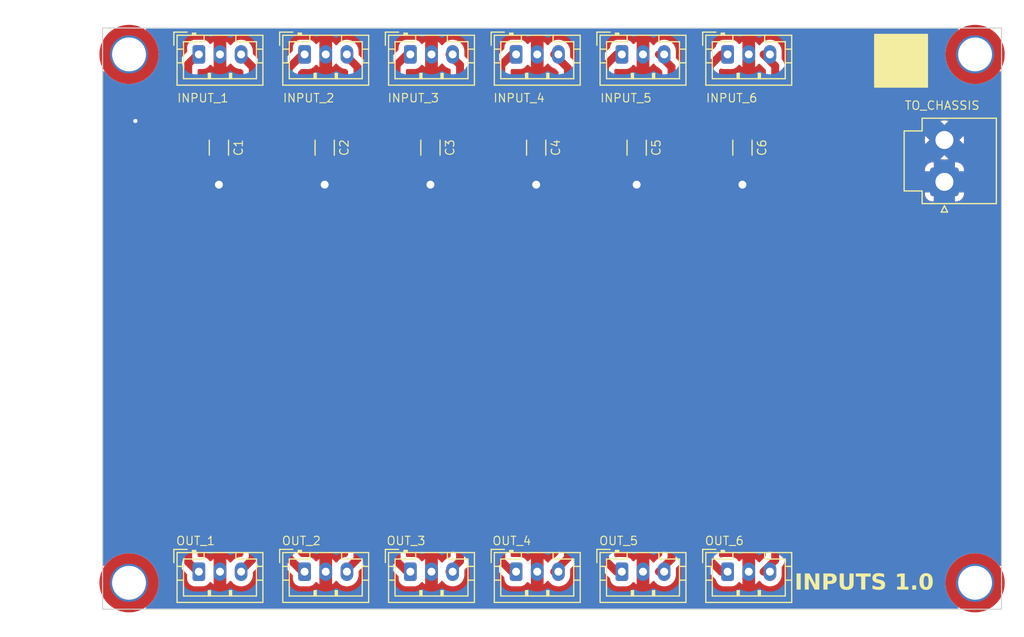
<source format=kicad_pcb>
(kicad_pcb (version 20240108) (generator "pcbnew") (generator_version "8.0")
  (layers (0 "F.Cu" signal) (31 "B.Cu" signal) (34 "B.Paste" user) (35 "F.Paste" user) (36 "B.SilkS" user "B.Silkscreen") (37 "F.SilkS" user "F.Silkscreen") (38 "B.Mask" user) (39 "F.Mask" user) (44 "Edge.Cuts" user))
  (net 0 "")
  (net 1 "LEFT_1")
  (net 2 "RIGHT_1")
  (net 3 "GND_1")
  (net 4 "GND_4")
  (net 5 "LEFT_4")
  (net 6 "RIGHT_4")
  (net 7 "GND_2")
  (net 8 "RIGHT_2")
  (net 9 "LEFT_2")
  (net 10 "GND_5")
  (net 11 "LEFT_5")
  (net 12 "RIGHT_5")
  (net 13 "LEFT_3")
  (net 14 "RIGHT_3")
  (net 15 "GND_3")
  (net 16 "GND_6")
  (net 17 "RIGHT_6")
  (net 18 "LEFT_6")
  (net 19 "PGND")
  (footprint "Connector_JST:JST_PH_B3B-PH-K_1x03_P2.00mm_Vertical" (layer "F.Cu") (at 145 66)
    (property "Reference" "J6" (hide yes))
    (property "Value" "Conn_01x03_Pin")
    (pad "1" thru_hole roundrect (at 0 0) (size 1.2 1.75) (drill 0.75) (layers "*.Cu" "*.Mask") (roundrect_rratio 0.208333) (net 18 "LEFT_6"))
    (pad "2" thru_hole oval (at 2 0) (size 1.2 1.75) (drill 0.75) (layers "*.Cu" "*.Mask") (net 16 "GND_6"))
    (pad "3" thru_hole oval (at 4 0) (size 1.2 1.75) (drill 0.75) (layers "*.Cu" "*.Mask") (net 17 "RIGHT_6"))
  )
  (footprint "MountingHole:MountingHole_3.2mm_M3_DIN965_Pad_TopOnly" (layer "F.Cu") (at 88.4 66 90)
    (property "Reference" "H1" (hide yes))
    (property "Value" "MountingHole")
    (pad "1" thru_hole circle (at 0 0 90) (size 3.6 3.6) (drill 3.2) (layers "*.Cu" "*.Mask"))
    (pad "1" connect circle (at 0 0 90) (size 5.6 5.6) (layers "F.Cu" "F.Mask"))
  )
  (footprint "MountingHole:MountingHole_3.2mm_M3_DIN965_Pad_TopOnly" (layer "F.Cu") (at 88.4 116 90)
    (property "Reference" "H3" (hide yes))
    (property "Value" "MountingHole")
    (pad "1" thru_hole circle (at 0 0 90) (size 3.6 3.6) (drill 3.2) (layers "*.Cu" "*.Mask"))
    (pad "1" connect circle (at 0 0 90) (size 5.6 5.6) (layers "F.Cu" "F.Mask"))
  )
  (footprint "Connector_JST:JST_PH_B3B-PH-K_1x03_P2.00mm_Vertical" (layer "F.Cu") (at 135 66)
    (property "Reference" "J4" (hide yes))
    (property "Value" "Conn_01x03_Pin")
    (pad "1" thru_hole roundrect (at 0 0) (size 1.2 1.75) (drill 0.75) (layers "*.Cu" "*.Mask") (roundrect_rratio 0.208333) (net 11 "LEFT_5"))
    (pad "2" thru_hole oval (at 2 0) (size 1.2 1.75) (drill 0.75) (layers "*.Cu" "*.Mask") (net 10 "GND_5"))
    (pad "3" thru_hole oval (at 4 0) (size 1.2 1.75) (drill 0.75) (layers "*.Cu" "*.Mask") (net 12 "RIGHT_5"))
  )
  (footprint "MountingHole:MountingHole_3.2mm_M3_DIN965_Pad_TopOnly" (layer "F.Cu") (at 168.4 66 90)
    (property "Reference" "H2" (hide yes))
    (property "Value" "MountingHole")
    (pad "1" thru_hole circle (at 0 0 90) (size 3.6 3.6) (drill 3.2) (layers "*.Cu" "*.Mask"))
    (pad "1" connect circle (at 0 0 90) (size 5.6 5.6) (layers "F.Cu" "F.Mask"))
  )
  (footprint "Connector_JST:JST_PH_B3B-PH-K_1x03_P2.00mm_Vertical" (layer "F.Cu") (at 105 66)
    (property "Reference" "J3" (hide yes))
    (property "Value" "Conn_01x03_Pin")
    (pad "1" thru_hole roundrect (at 0 0) (size 1.2 1.75) (drill 0.75) (layers "*.Cu" "*.Mask") (roundrect_rratio 0.208333) (net 9 "LEFT_2"))
    (pad "2" thru_hole oval (at 2 0) (size 1.2 1.75) (drill 0.75) (layers "*.Cu" "*.Mask") (net 7 "GND_2"))
    (pad "3" thru_hole oval (at 4 0) (size 1.2 1.75) (drill 0.75) (layers "*.Cu" "*.Mask") (net 8 "RIGHT_2"))
  )
  (footprint "Connector_JST:JST_PH_B3B-PH-K_1x03_P2.00mm_Vertical" (layer "F.Cu") (at 145 114.95)
    (property "Reference" "J12" (hide yes))
    (property "Value" "Conn_01x03_Pin")
    (pad "1" thru_hole roundrect (at 0 0) (size 1.2 1.75) (drill 0.75) (layers "*.Cu" "*.Mask") (roundrect_rratio 0.208333) (net 18 "LEFT_6"))
    (pad "2" thru_hole oval (at 2 0) (size 1.2 1.75) (drill 0.75) (layers "*.Cu" "*.Mask") (net 16 "GND_6"))
    (pad "3" thru_hole oval (at 4 0) (size 1.2 1.75) (drill 0.75) (layers "*.Cu" "*.Mask") (net 17 "RIGHT_6"))
  )
  (footprint "Capacitor_SMD:C_1206_3216Metric" (layer "F.Cu") (at 136.4 74.825 -90)
    (property "Reference" "C5" (at 0 -1.85 90) (layer "F.SilkS") (effects (font (size 0.8 0.8) (thickness 0.1))))
    (property "Value" "0.1u 100V")
    (pad "1" smd roundrect (at -1.475 0 270) (size 1.15 1.8) (layers "F.Cu" "F.Paste" "F.Mask") (roundrect_rratio 0.217391) (net 10 "GND_5"))
    (pad "2" smd roundrect (at 1.475 0 270) (size 1.15 1.8) (layers "F.Cu" "F.Paste" "F.Mask") (roundrect_rratio 0.217391) (net 19 "PGND"))
  )
  (footprint "Connector_JST:JST_PH_B3B-PH-K_1x03_P2.00mm_Vertical" (layer "F.Cu") (at 125 66)
    (property "Reference" "J2" (hide yes))
    (property "Value" "Conn_01x03_Pin")
    (pad "1" thru_hole roundrect (at 0 0) (size 1.2 1.75) (drill 0.75) (layers "*.Cu" "*.Mask") (roundrect_rratio 0.208333) (net 5 "LEFT_4"))
    (pad "2" thru_hole oval (at 2 0) (size 1.2 1.75) (drill 0.75) (layers "*.Cu" "*.Mask") (net 4 "GND_4"))
    (pad "3" thru_hole oval (at 4 0) (size 1.2 1.75) (drill 0.75) (layers "*.Cu" "*.Mask") (net 6 "RIGHT_4"))
  )
  (footprint "Capacitor_SMD:C_1206_3216Metric" (layer "F.Cu") (at 106.9 74.825 -90)
    (property "Reference" "C2" (at 0 -1.85 90) (layer "F.SilkS") (effects (font (size 0.8 0.8) (thickness 0.1))))
    (property "Value" "0.1u 100V")
    (pad "1" smd roundrect (at -1.475 0 270) (size 1.15 1.8) (layers "F.Cu" "F.Paste" "F.Mask") (roundrect_rratio 0.217391) (net 7 "GND_2"))
    (pad "2" smd roundrect (at 1.475 0 270) (size 1.15 1.8) (layers "F.Cu" "F.Paste" "F.Mask") (roundrect_rratio 0.217391) (net 19 "PGND"))
  )
  (footprint "Connector_JST:JST_PH_B3B-PH-K_1x03_P2.00mm_Vertical" (layer "F.Cu") (at 125 114.95)
    (property "Reference" "J10" (hide yes))
    (property "Value" "Conn_01x03_Pin")
    (pad "1" thru_hole roundrect (at 0 0) (size 1.2 1.75) (drill 0.75) (layers "*.Cu" "*.Mask") (roundrect_rratio 0.208333) (net 5 "LEFT_4"))
    (pad "2" thru_hole oval (at 2 0) (size 1.2 1.75) (drill 0.75) (layers "*.Cu" "*.Mask") (net 4 "GND_4"))
    (pad "3" thru_hole oval (at 4 0) (size 1.2 1.75) (drill 0.75) (layers "*.Cu" "*.Mask") (net 6 "RIGHT_4"))
  )
  (footprint "Capacitor_SMD:C_1206_3216Metric" (layer "F.Cu") (at 126.9 74.825 -90)
    (property "Reference" "C4" (at 0 -1.85 90) (layer "F.SilkS") (effects (font (size 0.8 0.8) (thickness 0.1))))
    (property "Value" "0.1u 100V")
    (pad "1" smd roundrect (at -1.475 0 270) (size 1.15 1.8) (layers "F.Cu" "F.Paste" "F.Mask") (roundrect_rratio 0.217391) (net 4 "GND_4"))
    (pad "2" smd roundrect (at 1.475 0 270) (size 1.15 1.8) (layers "F.Cu" "F.Paste" "F.Mask") (roundrect_rratio 0.217391) (net 19 "PGND"))
  )
  (footprint "Connector_JST:JST_PH_B3B-PH-K_1x03_P2.00mm_Vertical" (layer "F.Cu") (at 115 66)
    (property "Reference" "J5" (hide yes))
    (property "Value" "Conn_01x03_Pin")
    (pad "1" thru_hole roundrect (at 0 0) (size 1.2 1.75) (drill 0.75) (layers "*.Cu" "*.Mask") (roundrect_rratio 0.208333) (net 13 "LEFT_3"))
    (pad "2" thru_hole oval (at 2 0) (size 1.2 1.75) (drill 0.75) (layers "*.Cu" "*.Mask") (net 15 "GND_3"))
    (pad "3" thru_hole oval (at 4 0) (size 1.2 1.75) (drill 0.75) (layers "*.Cu" "*.Mask") (net 14 "RIGHT_3"))
  )
  (footprint "Capacitor_SMD:C_1206_3216Metric" (layer "F.Cu") (at 116.9 74.825 -90)
    (property "Reference" "C3" (at 0 -1.85 90) (layer "F.SilkS") (effects (font (size 0.8 0.8) (thickness 0.1))))
    (property "Value" "0.1u 100V")
    (pad "1" smd roundrect (at -1.475 0 270) (size 1.15 1.8) (layers "F.Cu" "F.Paste" "F.Mask") (roundrect_rratio 0.217391) (net 15 "GND_3"))
    (pad "2" smd roundrect (at 1.475 0 270) (size 1.15 1.8) (layers "F.Cu" "F.Paste" "F.Mask") (roundrect_rratio 0.217391) (net 19 "PGND"))
  )
  (footprint "Capacitor_SMD:C_1206_3216Metric" (layer "F.Cu") (at 96.9 74.825 -90)
    (property "Reference" "C1" (at 0 -1.85 90) (layer "F.SilkS") (effects (font (size 0.8 0.8) (thickness 0.1))))
    (property "Value" "0.1u 100V")
    (pad "1" smd roundrect (at -1.475 0 270) (size 1.15 1.8) (layers "F.Cu" "F.Paste" "F.Mask") (roundrect_rratio 0.217391) (net 3 "GND_1"))
    (pad "2" smd roundrect (at 1.475 0 270) (size 1.15 1.8) (layers "F.Cu" "F.Paste" "F.Mask") (roundrect_rratio 0.217391) (net 19 "PGND"))
  )
  (footprint "Connector_JST:JST_PH_B3B-PH-K_1x03_P2.00mm_Vertical" (layer "F.Cu") (at 135 114.95)
    (property "Reference" "J11" (hide yes))
    (property "Value" "Conn_01x03_Pin")
    (pad "1" thru_hole roundrect (at 0 0) (size 1.2 1.75) (drill 0.75) (layers "*.Cu" "*.Mask") (roundrect_rratio 0.208333) (net 11 "LEFT_5"))
    (pad "2" thru_hole oval (at 2 0) (size 1.2 1.75) (drill 0.75) (layers "*.Cu" "*.Mask") (net 10 "GND_5"))
    (pad "3" thru_hole oval (at 4 0) (size 1.2 1.75) (drill 0.75) (layers "*.Cu" "*.Mask") (net 12 "RIGHT_5"))
  )
  (footprint "Connector_JST:JST_PH_B3B-PH-K_1x03_P2.00mm_Vertical" (layer "F.Cu") (at 115 114.95)
    (property "Reference" "J9" (hide yes))
    (property "Value" "Conn_01x03_Pin")
    (pad "1" thru_hole roundrect (at 0 0) (size 1.2 1.75) (drill 0.75) (layers "*.Cu" "*.Mask") (roundrect_rratio 0.208333) (net 13 "LEFT_3"))
    (pad "2" thru_hole oval (at 2 0) (size 1.2 1.75) (drill 0.75) (layers "*.Cu" "*.Mask") (net 15 "GND_3"))
    (pad "3" thru_hole oval (at 4 0) (size 1.2 1.75) (drill 0.75) (layers "*.Cu" "*.Mask") (net 14 "RIGHT_3"))
  )
  (footprint "MountingHole:MountingHole_3.2mm_M3_DIN965_Pad_TopOnly" (layer "F.Cu") (at 168.4 116 90)
    (property "Reference" "H4" (hide yes))
    (property "Value" "MountingHole")
    (pad "1" thru_hole circle (at 0 0 90) (size 3.6 3.6) (drill 3.2) (layers "*.Cu" "*.Mask"))
    (pad "1" connect circle (at 0 0 90) (size 5.6 5.6) (layers "F.Cu" "F.Mask"))
  )
  (footprint "Connector_JST:JST_PH_B3B-PH-K_1x03_P2.00mm_Vertical" (layer "F.Cu") (at 105 114.95)
    (property "Reference" "J8" (hide yes))
    (property "Value" "Conn_01x03_Pin")
    (pad "1" thru_hole roundrect (at 0 0) (size 1.2 1.75) (drill 0.75) (layers "*.Cu" "*.Mask") (roundrect_rratio 0.208333) (net 9 "LEFT_2"))
    (pad "2" thru_hole oval (at 2 0) (size 1.2 1.75) (drill 0.75) (layers "*.Cu" "*.Mask") (net 7 "GND_2"))
    (pad "3" thru_hole oval (at 4 0) (size 1.2 1.75) (drill 0.75) (layers "*.Cu" "*.Mask") (net 8 "RIGHT_2"))
  )
  (footprint "Connector_JST:JST_PH_B3B-PH-K_1x03_P2.00mm_Vertical" (layer "F.Cu") (at 95 66)
    (property "Reference" "J1" (hide yes))
    (property "Value" "Conn_01x03_Pin")
    (pad "1" thru_hole roundrect (at 0 0) (size 1.2 1.75) (drill 0.75) (layers "*.Cu" "*.Mask") (roundrect_rratio 0.208333) (net 1 "LEFT_1"))
    (pad "2" thru_hole oval (at 2 0) (size 1.2 1.75) (drill 0.75) (layers "*.Cu" "*.Mask") (net 3 "GND_1"))
    (pad "3" thru_hole oval (at 4 0) (size 1.2 1.75) (drill 0.75) (layers "*.Cu" "*.Mask") (net 2 "RIGHT_1"))
  )
  (footprint "Connector_JST:JST_PH_B3B-PH-K_1x03_P2.00mm_Vertical" (layer "F.Cu") (at 95 114.95)
    (property "Reference" "J7" (hide yes))
    (property "Value" "Conn_01x03_Pin")
    (pad "1" thru_hole roundrect (at 0 0) (size 1.2 1.75) (drill 0.75) (layers "*.Cu" "*.Mask") (roundrect_rratio 0.208333) (net 1 "LEFT_1"))
    (pad "2" thru_hole oval (at 2 0) (size 1.2 1.75) (drill 0.75) (layers "*.Cu" "*.Mask") (net 3 "GND_1"))
    (pad "3" thru_hole oval (at 4 0) (size 1.2 1.75) (drill 0.75) (layers "*.Cu" "*.Mask") (net 2 "RIGHT_1"))
  )
  (footprint "Connector_JST:JST_VH_B2P-VH-B_1x02_P3.96mm_Vertical" (layer "F.Cu") (at 165.5 78.06 90)
    (property "Reference" "J13" (hide yes))
    (property "Value" "Conn_01x02_Pin")
    (pad "1" thru_hole roundrect (at 0 0 90) (size 2.7 2.7) (drill 1.7) (layers "*.Cu" "*.Mask") (roundrect_rratio 0.092593) (net 19 "PGND"))
    (pad "2" thru_hole circle (at 3.96 0 90) (size 2.7 2.7) (drill 1.7) (layers "*.Cu" "*.Mask") (net 19 "PGND"))
  )
  (footprint "Capacitor_SMD:C_1206_3216Metric" (layer "F.Cu") (at 146.4 74.825 -90)
    (property "Reference" "C6" (at 0 -1.85 90) (layer "F.SilkS") (effects (font (size 0.8 0.8) (thickness 0.1))))
    (property "Value" "0.1u 100V")
    (pad "1" smd roundrect (at -1.475 0 270) (size 1.15 1.8) (layers "F.Cu" "F.Paste" "F.Mask") (roundrect_rratio 0.217391) (net 16 "GND_6"))
    (pad "2" smd roundrect (at 1.475 0 270) (size 1.15 1.8) (layers "F.Cu" "F.Paste" "F.Mask") (roundrect_rratio 0.217391) (net 19 "PGND"))
  )
  (gr_rect (start 158.9 64.1) (end 163.9 69.1) (stroke (width 0.1)) (fill solid) (layer "F.SilkS"))
  (gr_line (start 170.9 63.5) (end 170.9 118.5) (stroke (width 0.1)) (layer "Edge.Cuts"))
  (gr_line (start 170.9 118.5) (end 85.9 118.5) (stroke (width 0.1)) (layer "Edge.Cuts"))
  (gr_line (start 85.9 118.5) (end 85.9 63.5) (stroke (width 0.1)) (layer "Edge.Cuts"))
  (gr_line (start 85.9 63.5) (end 170.9 63.5) (stroke (width 0.1)) (layer "Edge.Cuts"))
  (gr_text "OUT_6" (at 142.8 112.5 0) (layer "F.SilkS") (effects (font (size 0.8 0.8) (thickness 0.1)) (justify left bottom)))
  (gr_text "OUT_1" (at 92.8 112.5 0) (layer "F.SilkS") (effects (font (size 0.8 0.8) (thickness 0.1)) (justify left bottom)))
  (gr_text "TO_CHASSIS" (at 161.7 71.3025 0) (layer "F.SilkS") (effects (font (size 0.8 0.8) (thickness 0.1)) (justify left bottom)))
  (gr_text "OUT_2" (at 102.8 112.5 0) (layer "F.SilkS") (effects (font (size 0.8 0.8) (thickness 0.1)) (justify left bottom)))
  (gr_text "INPUT_6" (at 142.9 70.6 0) (layer "F.SilkS") (effects (font (size 0.8 0.8) (thickness 0.1)) (justify left bottom)))
  (gr_text "OUT_4" (at 122.7 112.5 0) (layer "F.SilkS") (effects (font (size 0.8 0.8) (thickness 0.1)) (justify left bottom)))
  (gr_text "INPUT_1" (at 92.9 70.6 0) (layer "F.SilkS") (effects (font (size 0.8 0.8) (thickness 0.1)) (justify left bottom)))
  (gr_text "OUT_5" (at 132.8 112.5 0) (layer "F.SilkS") (effects (font (size 0.8 0.8) (thickness 0.1)) (justify left bottom)))
  (gr_text "OUT_3" (at 112.7 112.5 0) (layer "F.SilkS") (effects (font (size 0.8 0.8) (thickness 0.1)) (justify left bottom)))
  (gr_text "INPUTS 1.0" (at 164.5 116.9 0) (layer "F.SilkS") (effects (font (size 1.5 1.5) (thickness 0.2) (bold yes)) (justify right bottom)))
  (gr_text "INPUT_3" (at 112.8 70.6 0) (layer "F.SilkS") (effects (font (size 0.8 0.8) (thickness 0.1)) (justify left bottom)))
  (gr_text "INPUT_5" (at 132.9 70.6 0) (layer "F.SilkS") (effects (font (size 0.8 0.8) (thickness 0.1)) (justify left bottom)))
  (gr_text "INPUT_4" (at 122.8 70.6 0) (layer "F.SilkS") (effects (font (size 0.8 0.8) (thickness 0.1)) (justify left bottom)))
  (gr_text "INPUT_2\n" (at 102.9 70.6 0) (layer "F.SilkS") (effects (font (size 0.8 0.8) (thickness 0.1)) (justify left bottom)))
  (segment (start 94 66.9) (end 94 114.05) (width 0.75) (layer "F.Cu") (net 1))
  (segment (start 94 114.05) (end 94.9 114.95) (width 0.75) (layer "F.Cu") (net 1))
  (segment (start 94.9 66) (end 94 66.9) (width 0.75) (layer "F.Cu") (net 1))
  (segment (start 100.1 113.75) (end 98.9 114.95) (width 0.75) (layer "F.Cu") (net 2))
  (segment (start 98.9 66) (end 100.1 67.2) (width 0.75) (layer "F.Cu") (net 2))
  (segment (start 100.1 67.2) (end 100.1 113.75) (width 0.75) (layer "F.Cu") (net 2))
  (segment (start 123.6 67) (end 123.6 113.95) (width 0.75) (layer "F.Cu") (net 5))
  (segment (start 124.6 66) (end 123.6 67) (width 0.75) (layer "F.Cu") (net 5))
  (segment (start 123.6 113.95) (end 124.6 114.95) (width 0.75) (layer "F.Cu") (net 5))
  (segment (start 128.6 66) (end 129.9 67.3) (width 0.75) (layer "F.Cu") (net 6))
  (segment (start 129.9 67.3) (end 129.9 113.65) (width 0.75) (layer "F.Cu") (net 6))
  (segment (start 129.9 113.65) (end 128.6 114.95) (width 0.75) (layer "F.Cu") (net 6))
  (segment (start 108.8 66) (end 110 67.2) (width 0.75) (layer "F.Cu") (net 8))
  (segment (start 110 67.2) (end 110 113.75) (width 0.75) (layer "F.Cu") (net 8))
  (segment (start 110 113.75) (end 108.8 114.95) (width 0.75) (layer "F.Cu") (net 8))
  (segment (start 104.8 66) (end 103.5 67.3) (width 0.75) (layer "F.Cu") (net 9))
  (segment (start 103.5 67.3) (end 103.5 113.65) (width 0.75) (layer "F.Cu") (net 9))
  (segment (start 103.5 113.65) (end 104.8 114.95) (width 0.75) (layer "F.Cu") (net 9))
  (segment (start 133.4 113.85) (end 134.5 114.95) (width 0.75) (layer "F.Cu") (net 11))
  (segment (start 134.5 66) (end 133.4 67.1) (width 0.75) (layer "F.Cu") (net 11))
  (segment (start 133.4 67.1) (end 133.4 113.85) (width 0.75) (layer "F.Cu") (net 11))
  (segment (start 139.7 67.2) (end 139.7 113.75) (width 0.75) (layer "F.Cu") (net 12))
  (segment (start 139.7 113.75) (end 138.5 114.95) (width 0.75) (layer "F.Cu") (net 12))
  (segment (start 138.5 66) (end 139.7 67.2) (width 0.75) (layer "F.Cu") (net 12))
  (segment (start 113.7 67) (end 113.7 113.95) (width 0.75) (layer "F.Cu") (net 13))
  (segment (start 113.7 113.95) (end 114.7 114.95) (width 0.75) (layer "F.Cu") (net 13))
  (segment (start 114.7 66) (end 113.7 67) (width 0.75) (layer "F.Cu") (net 13))
  (segment (start 119.7 113.95) (end 118.7 114.95) (width 0.75) (layer "F.Cu") (net 14))
  (segment (start 118.7 66) (end 119.7 67) (width 0.75) (layer "F.Cu") (net 14))
  (segment (start 119.7 67) (end 119.7 113.95) (width 0.75) (layer "F.Cu") (net 14))
  (segment (start 149.5 113.85) (end 148.4 114.95) (width 0.75) (layer "F.Cu") (net 17))
  (segment (start 149.5 67.1) (end 149.5 113.85) (width 0.75) (layer "F.Cu") (net 17))
  (segment (start 148.4 66) (end 149.5 67.1) (width 0.75) (layer "F.Cu") (net 17))
  (segment (start 144.4 66) (end 143.3 67.1) (width 0.75) (layer "F.Cu") (net 18))
  (segment (start 143.3 67.1) (end 143.3 113.85) (width 0.75) (layer "F.Cu") (net 18))
  (segment (start 143.3 113.85) (end 144.4 114.95) (width 0.75) (layer "F.Cu") (net 18))
  (segment (start 146.4 76.3) (end 146.4 78.325) (width 0.75) (layer "F.Cu") (net 19))
  (segment (start 126.9 76.3) (end 126.9 78.325) (width 0.75) (layer "F.Cu") (net 19))
  (segment (start 116.9 76.3) (end 116.9 78.325) (width 0.75) (layer "F.Cu") (net 19))
  (segment (start 96.9 76.3) (end 96.9 78.325) (width 0.75) (layer "F.Cu") (net 19))
  (segment (start 136.4 76.3) (end 136.4 78.325) (width 0.75) (layer "F.Cu") (net 19))
  (segment (start 106.9 76.3) (end 106.9 78.325) (width 0.75) (layer "F.Cu") (net 19))
  (via (at 106.9 78.325) (size 1.5) (drill 0.75) (layers "F.Cu" "B.Cu") (net 19))
  (via (at 126.9 78.325) (size 1.5) (drill 0.75) (layers "F.Cu" "B.Cu") (net 19))
  (via (at 116.9 78.325) (size 1.5) (drill 0.75) (layers "F.Cu" "B.Cu") (net 19))
  (via (at 146.4 78.325) (size 1.5) (drill 0.75) (layers "F.Cu" "B.Cu") (net 19))
  (via (at 136.4 78.325) (size 1.5) (drill 0.75) (layers "F.Cu" "B.Cu") (net 19))
  (via (at 89 72.3) (size 0.8) (drill 0.4) (layers "F.Cu" "B.Cu") (net 19))
  (via (at 96.9 78.325) (size 1.5) (drill 0.75) (layers "F.Cu" "B.Cu") (net 19))
  (zone (net 10) (net_name "GND_5") (layer "F.Cu") (priority 1) (connect_pads (clearance 0.508)) (min_thickness 0.25) (fill yes (thermal_gap 0.5) (thermal_bridge_width 2) (smoothing fillet) (radius 1))
    (polygon (pts (xy 131.5 63) (xy 141 63) (xy 141 121) (xy 141.5 120.5) (xy 132 120.5) (xy 132 62.5)))
  )
  (zone (net 7) (net_name "GND_2") (layer "F.Cu") (priority 1) (connect_pads (clearance 0.508)) (min_thickness 0.25) (fill yes (thermal_gap 0.5) (thermal_bridge_width 2) (smoothing fillet) (radius 1))
    (polygon (pts (xy 101.8 63) (xy 111.3 63) (xy 111.3 121) (xy 111.8 120.5) (xy 102.3 120.5) (xy 102.3 62.5)))
  )
  (zone (net 3) (net_name "GND_1") (layer "F.Cu") (priority 1) (connect_pads (clearance 0.508)) (min_thickness 0.25) (fill yes (thermal_gap 0.5) (thermal_bridge_width 2) (smoothing fillet) (radius 1))
    (polygon (pts (xy 91.9 63) (xy 101.4 63) (xy 101.4 121) (xy 101.9 120.5) (xy 92.4 120.5) (xy 92.4 62.5)))
  )
  (zone (net 15) (net_name "GND_3") (layer "F.Cu") (priority 1) (connect_pads (clearance 0.508)) (min_thickness 0.25) (fill yes (thermal_gap 0.5) (thermal_bridge_width 2) (smoothing fillet) (radius 1))
    (polygon (pts (xy 111.7 63) (xy 121.2 63) (xy 121.2 121) (xy 121.7 120.5) (xy 112.2 120.5) (xy 112.2 62.5)))
  )
  (zone (net 4) (net_name "GND_4") (layer "F.Cu") (priority 1) (connect_pads (clearance 0.508)) (min_thickness 0.25) (fill yes (thermal_gap 0.5) (thermal_bridge_width 2) (smoothing fillet) (radius 1))
    (polygon (pts (xy 121.6 63) (xy 131.1 63) (xy 131.1 121) (xy 131.6 120.5) (xy 122.1 120.5) (xy 122.1 62.5)))
  )
  (zone (net 16) (net_name "GND_6") (layer "F.Cu") (priority 1) (connect_pads (clearance 0.508)) (min_thickness 0.25) (fill yes (thermal_gap 0.5) (thermal_bridge_width 2) (smoothing fillet) (radius 1))
    (polygon (pts (xy 141.4 63) (xy 150.9 63) (xy 150.9 121) (xy 151.4 120.5) (xy 141.9 120.5) (xy 141.9 62.5)))
  )
  (zone (net 19) (net_name "PGND") (layers "F&B.Cu") (connect_pads (clearance 1)) (min_thickness 0.25) (fill yes (thermal_gap 0.5) (thermal_bridge_width 2) (smoothing fillet) (radius 1))
    (polygon (pts (xy 164.9 62.9) (xy 171.3 62.9) (xy 171.3 112) (xy 172.5 111.9) (xy 171.2 111.9) (xy 171 119.345584) (xy 171 119.6) (xy 92.2 119.6) (xy 92.2 120.2) (xy 76.2 120.2) (xy 84.2 112.2) (xy 84.2 70) (xy 84.1 70) (xy 84.1 67.8) (xy 84.1 62.2) (xy 91.6 62.6) (xy 165 62.6)))
  )
)
</source>
